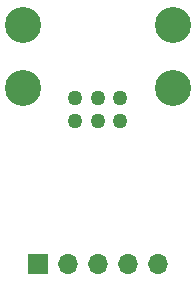
<source format=gbr>
%TF.GenerationSoftware,KiCad,Pcbnew,9.0.0*%
%TF.CreationDate,2025-10-27T19:43:47+01:00*%
%TF.ProjectId,wii_breakout_mount,7769695f-6272-4656-916b-6f75745f6d6f,rev?*%
%TF.SameCoordinates,Original*%
%TF.FileFunction,Copper,L2,Bot*%
%TF.FilePolarity,Positive*%
%FSLAX46Y46*%
G04 Gerber Fmt 4.6, Leading zero omitted, Abs format (unit mm)*
G04 Created by KiCad (PCBNEW 9.0.0) date 2025-10-27 19:43:47*
%MOMM*%
%LPD*%
G01*
G04 APERTURE LIST*
%TA.AperFunction,ComponentPad*%
%ADD10R,1.700000X1.700000*%
%TD*%
%TA.AperFunction,ComponentPad*%
%ADD11O,1.700000X1.700000*%
%TD*%
%TA.AperFunction,ComponentPad*%
%ADD12C,3.048000*%
%TD*%
%TA.AperFunction,ComponentPad*%
%ADD13C,1.270000*%
%TD*%
G04 APERTURE END LIST*
D10*
%TO.P,REF\u002A\u002A,1*%
%TO.N,N/C*%
X113925000Y-72721600D03*
D11*
%TO.P,REF\u002A\u002A,2*%
X116465000Y-72721600D03*
%TO.P,REF\u002A\u002A,3*%
X119005000Y-72721600D03*
%TO.P,REF\u002A\u002A,4*%
X121545000Y-72721600D03*
%TO.P,REF\u002A\u002A,5*%
X124085000Y-72721600D03*
%TD*%
D12*
%TO.P,P1,*%
%TO.N,*%
X112650000Y-52460000D03*
X112650000Y-57794000D03*
X125350000Y-52460000D03*
X125350000Y-57794000D03*
D13*
%TO.P,P1,1*%
%TO.N,N/C*%
X120905000Y-60588000D03*
%TO.P,P1,2*%
X120905000Y-58683000D03*
%TO.P,P1,3*%
X119000000Y-60588000D03*
%TO.P,P1,4*%
X119000000Y-58683000D03*
%TO.P,P1,5*%
X117095000Y-60588000D03*
%TO.P,P1,6*%
X117095000Y-58683000D03*
%TD*%
M02*

</source>
